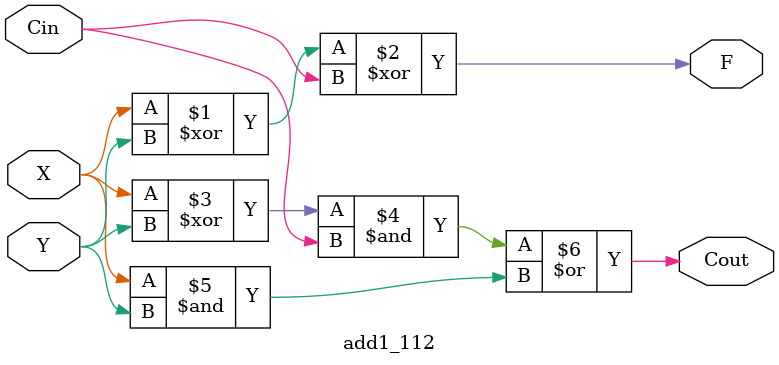
<source format=v>
module add1_112(X,Y,Cin,F,Cout);

  input X,Y,Cin;
  output F,Cout;

  assign F = X ^ Y ^ Cin;
  assign Cout = (X ^ Y) & Cin | X & Y;
  
endmodule
</source>
